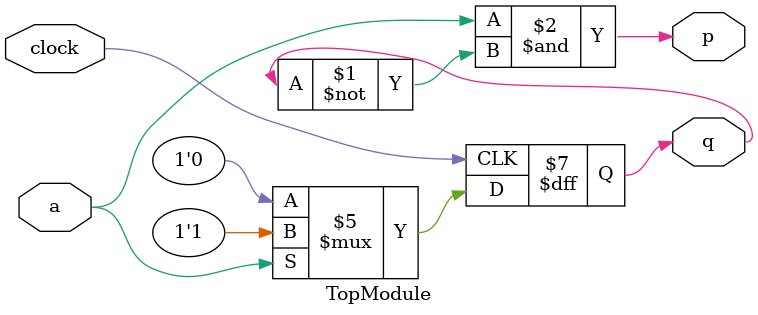
<source format=sv>

module TopModule (
  input clock,
  input a,
  output reg p,
  output reg q
);
assign p = a & ~q;
always @(posedge clock) begin
    if (a)
        q <= 1'b1;
    else
        q <= 1'b0;
end
endmodule

</source>
